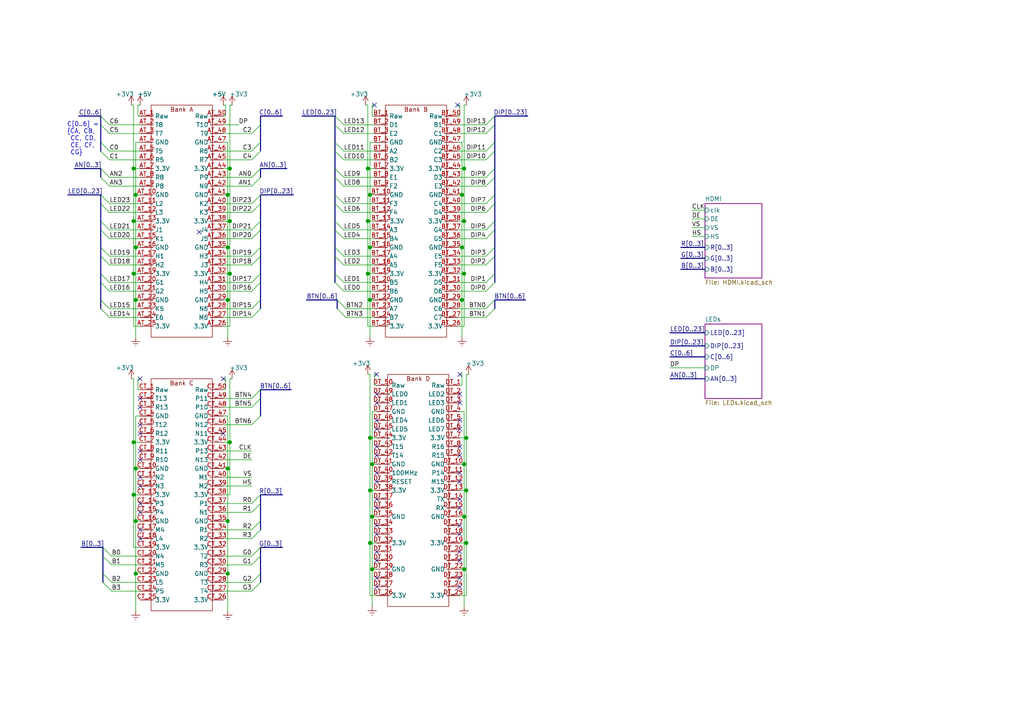
<source format=kicad_sch>
(kicad_sch (version 20200714) (host eeschema "(5.99.0-2671-gfc0a358ba)")
  (page 1 3)
  (paper "A4")
  (title_block (title "Alchitry IO Schield with HDMI") (date "2020-09-04") (rev "4.2") (company "ADSEHGAL"))
  (junction (at 38.735 48.895) (diameter 1.016))
  (junction (at 38.735 64.135) (diameter 1.016))
  (junction (at 38.735 79.375) (diameter 1.016))
  (junction (at 38.735 128.27) (diameter 1.016))
  (junction (at 38.735 143.51) (diameter 1.016))
  (junction (at 39.37 56.515) (diameter 1.016))
  (junction (at 39.37 71.755) (diameter 1.016))
  (junction (at 39.37 86.995) (diameter 1.016))
  (junction (at 39.37 135.89) (diameter 1.016))
  (junction (at 39.37 151.13) (diameter 1.016))
  (junction (at 39.37 166.37) (diameter 1.016))
  (junction (at 66.04 56.515) (diameter 1.016))
  (junction (at 66.04 71.755) (diameter 1.016))
  (junction (at 66.04 86.995) (diameter 1.016))
  (junction (at 66.04 135.89) (diameter 1.016))
  (junction (at 66.04 151.13) (diameter 1.016))
  (junction (at 66.04 166.37) (diameter 1.016))
  (junction (at 66.675 48.895) (diameter 1.016))
  (junction (at 66.675 64.135) (diameter 1.016))
  (junction (at 66.675 79.375) (diameter 1.016))
  (junction (at 66.675 128.27) (diameter 1.016))
  (junction (at 106.68 48.895) (diameter 1.016))
  (junction (at 106.68 64.135) (diameter 1.016))
  (junction (at 106.68 79.375) (diameter 1.016))
  (junction (at 107.315 56.515) (diameter 1.016))
  (junction (at 107.315 71.755) (diameter 1.016))
  (junction (at 107.315 86.995) (diameter 1.016))
  (junction (at 107.315 127) (diameter 1.016))
  (junction (at 107.315 142.24) (diameter 1.016))
  (junction (at 107.315 157.48) (diameter 1.016))
  (junction (at 107.95 134.62) (diameter 1.016))
  (junction (at 107.95 149.86) (diameter 1.016))
  (junction (at 107.95 165.1) (diameter 1.016))
  (junction (at 133.985 56.515) (diameter 1.016))
  (junction (at 133.985 71.755) (diameter 1.016))
  (junction (at 133.985 86.995) (diameter 1.016))
  (junction (at 134.62 48.895) (diameter 1.016))
  (junction (at 134.62 64.135) (diameter 1.016))
  (junction (at 134.62 79.375) (diameter 1.016))
  (junction (at 134.62 134.62) (diameter 1.016))
  (junction (at 134.62 149.86) (diameter 1.016))
  (junction (at 134.62 165.1) (diameter 1.016))
  (junction (at 135.255 127) (diameter 1.016))
  (junction (at 135.255 142.24) (diameter 1.016))
  (junction (at 135.255 157.48) (diameter 1.016))
  (no_connect (at 40.64 130.81))
  (no_connect (at 109.22 152.4))
  (no_connect (at 40.64 133.35))
  (no_connect (at 40.64 125.73))
  (no_connect (at 133.35 108.585))
  (no_connect (at 109.22 147.32))
  (no_connect (at 109.22 162.56))
  (no_connect (at 132.715 30.48))
  (no_connect (at 109.22 154.94))
  (no_connect (at 133.35 170.18))
  (no_connect (at 109.22 132.08))
  (no_connect (at 40.64 138.43))
  (no_connect (at 133.35 167.64))
  (no_connect (at 133.35 160.02))
  (no_connect (at 40.64 118.11))
  (no_connect (at 109.22 170.18))
  (no_connect (at 109.22 139.7))
  (no_connect (at 40.64 115.57))
  (no_connect (at 133.35 129.54))
  (no_connect (at 133.35 144.78))
  (no_connect (at 40.64 140.97))
  (no_connect (at 108.585 30.48))
  (no_connect (at 109.22 121.92))
  (no_connect (at 133.35 114.3))
  (no_connect (at 40.64 109.855))
  (no_connect (at 109.22 108.585))
  (no_connect (at 109.22 129.54))
  (no_connect (at 133.35 147.32))
  (no_connect (at 109.22 137.16))
  (no_connect (at 133.35 152.4))
  (no_connect (at 109.22 167.64))
  (no_connect (at 133.35 162.56))
  (no_connect (at 133.35 154.94))
  (no_connect (at 133.35 137.16))
  (no_connect (at 109.22 114.3))
  (no_connect (at 40.64 148.59))
  (no_connect (at 109.22 160.02))
  (no_connect (at 133.35 124.46))
  (no_connect (at 40.64 153.67))
  (no_connect (at 133.35 132.08))
  (no_connect (at 133.35 121.92))
  (no_connect (at 109.22 144.78))
  (no_connect (at 40.64 156.21))
  (no_connect (at 109.22 116.84))
  (no_connect (at 40.64 123.19))
  (no_connect (at 133.35 139.7))
  (no_connect (at 133.35 116.84))
  (no_connect (at 64.77 109.855))
  (no_connect (at 57.785 67.31))
  (no_connect (at 64.77 125.73))
  (no_connect (at 40.64 146.05))
  (no_connect (at 109.22 124.46))
  (bus_entry (at 29.21 33.655) (size 2.54 2.54) (stroke (width 0.1524)))
  (bus_entry (at 29.21 36.195) (size 2.54 2.54) (stroke (width 0.1524)))
  (bus_entry (at 29.21 41.275) (size 2.54 2.54) (stroke (width 0.1524)))
  (bus_entry (at 29.21 43.815) (size 2.54 2.54) (stroke (width 0.1524)))
  (bus_entry (at 29.21 48.895) (size 2.54 2.54) (stroke (width 0.1524)))
  (bus_entry (at 29.21 51.435) (size 2.54 2.54) (stroke (width 0.1524)))
  (bus_entry (at 29.21 56.515) (size 2.54 2.54) (stroke (width 0.1524)))
  (bus_entry (at 29.21 59.055) (size 2.54 2.54) (stroke (width 0.1524)))
  (bus_entry (at 29.21 64.135) (size 2.54 2.54) (stroke (width 0.1524)))
  (bus_entry (at 29.21 66.675) (size 2.54 2.54) (stroke (width 0.1524)))
  (bus_entry (at 29.21 71.755) (size 2.54 2.54) (stroke (width 0.1524)))
  (bus_entry (at 29.21 74.295) (size 2.54 2.54) (stroke (width 0.1524)))
  (bus_entry (at 29.21 79.375) (size 2.54 2.54) (stroke (width 0.1524)))
  (bus_entry (at 29.21 81.915) (size 2.54 2.54) (stroke (width 0.1524)))
  (bus_entry (at 29.21 86.995) (size 2.54 2.54) (stroke (width 0.1524)))
  (bus_entry (at 29.21 89.535) (size 2.54 2.54) (stroke (width 0.1524)))
  (bus_entry (at 29.845 158.75) (size 2.54 2.54) (stroke (width 0.1524)))
  (bus_entry (at 29.845 161.29) (size 2.54 2.54) (stroke (width 0.1524)))
  (bus_entry (at 29.845 166.37) (size 2.54 2.54) (stroke (width 0.1524)))
  (bus_entry (at 29.845 168.91) (size 2.54 2.54) (stroke (width 0.1524)))
  (bus_entry (at 75.565 36.195) (size -2.54 2.54) (stroke (width 0.1524)))
  (bus_entry (at 75.565 41.275) (size -2.54 2.54) (stroke (width 0.1524)))
  (bus_entry (at 75.565 43.815) (size -2.54 2.54) (stroke (width 0.1524)))
  (bus_entry (at 75.565 48.895) (size -2.54 2.54) (stroke (width 0.1524)))
  (bus_entry (at 75.565 51.435) (size -2.54 2.54) (stroke (width 0.1524)))
  (bus_entry (at 75.565 56.515) (size -2.54 2.54) (stroke (width 0.1524)))
  (bus_entry (at 75.565 59.055) (size -2.54 2.54) (stroke (width 0.1524)))
  (bus_entry (at 75.565 64.135) (size -2.54 2.54) (stroke (width 0.1524)))
  (bus_entry (at 75.565 66.675) (size -2.54 2.54) (stroke (width 0.1524)))
  (bus_entry (at 75.565 71.755) (size -2.54 2.54) (stroke (width 0.1524)))
  (bus_entry (at 75.565 74.295) (size -2.54 2.54) (stroke (width 0.1524)))
  (bus_entry (at 75.565 79.375) (size -2.54 2.54) (stroke (width 0.1524)))
  (bus_entry (at 75.565 81.915) (size -2.54 2.54) (stroke (width 0.1524)))
  (bus_entry (at 75.565 86.995) (size -2.54 2.54) (stroke (width 0.1524)))
  (bus_entry (at 75.565 89.535) (size -2.54 2.54) (stroke (width 0.1524)))
  (bus_entry (at 75.565 113.03) (size -2.54 2.54) (stroke (width 0.1524)))
  (bus_entry (at 75.565 115.57) (size -2.54 2.54) (stroke (width 0.1524)))
  (bus_entry (at 75.565 120.65) (size -2.54 2.54) (stroke (width 0.1524)))
  (bus_entry (at 75.565 143.51) (size -2.54 2.54) (stroke (width 0.1524)))
  (bus_entry (at 75.565 146.05) (size -2.54 2.54) (stroke (width 0.1524)))
  (bus_entry (at 75.565 151.13) (size -2.54 2.54) (stroke (width 0.1524)))
  (bus_entry (at 75.565 153.67) (size -2.54 2.54) (stroke (width 0.1524)))
  (bus_entry (at 75.565 158.75) (size -2.54 2.54) (stroke (width 0.1524)))
  (bus_entry (at 75.565 161.29) (size -2.54 2.54) (stroke (width 0.1524)))
  (bus_entry (at 75.565 166.37) (size -2.54 2.54) (stroke (width 0.1524)))
  (bus_entry (at 75.565 168.91) (size -2.54 2.54) (stroke (width 0.1524)))
  (bus_entry (at 97.155 33.655) (size 2.54 2.54) (stroke (width 0.1524)))
  (bus_entry (at 97.155 36.195) (size 2.54 2.54) (stroke (width 0.1524)))
  (bus_entry (at 97.155 41.275) (size 2.54 2.54) (stroke (width 0.1524)))
  (bus_entry (at 97.155 43.815) (size 2.54 2.54) (stroke (width 0.1524)))
  (bus_entry (at 97.155 48.895) (size 2.54 2.54) (stroke (width 0.1524)))
  (bus_entry (at 97.155 51.435) (size 2.54 2.54) (stroke (width 0.1524)))
  (bus_entry (at 97.155 56.515) (size 2.54 2.54) (stroke (width 0.1524)))
  (bus_entry (at 97.155 59.055) (size 2.54 2.54) (stroke (width 0.1524)))
  (bus_entry (at 97.155 64.135) (size 2.54 2.54) (stroke (width 0.1524)))
  (bus_entry (at 97.155 66.675) (size 2.54 2.54) (stroke (width 0.1524)))
  (bus_entry (at 97.155 71.755) (size 2.54 2.54) (stroke (width 0.1524)))
  (bus_entry (at 97.155 74.295) (size 2.54 2.54) (stroke (width 0.1524)))
  (bus_entry (at 97.155 79.375) (size 2.54 2.54) (stroke (width 0.1524)))
  (bus_entry (at 97.155 81.915) (size 2.54 2.54) (stroke (width 0.1524)))
  (bus_entry (at 97.79 86.995) (size 2.54 2.54) (stroke (width 0.1524)))
  (bus_entry (at 97.79 89.535) (size 2.54 2.54) (stroke (width 0.1524)))
  (bus_entry (at 143.51 33.655) (size -2.54 2.54) (stroke (width 0.1524)))
  (bus_entry (at 143.51 36.195) (size -2.54 2.54) (stroke (width 0.1524)))
  (bus_entry (at 143.51 41.275) (size -2.54 2.54) (stroke (width 0.1524)))
  (bus_entry (at 143.51 43.815) (size -2.54 2.54) (stroke (width 0.1524)))
  (bus_entry (at 143.51 48.895) (size -2.54 2.54) (stroke (width 0.1524)))
  (bus_entry (at 143.51 51.435) (size -2.54 2.54) (stroke (width 0.1524)))
  (bus_entry (at 143.51 56.515) (size -2.54 2.54) (stroke (width 0.1524)))
  (bus_entry (at 143.51 59.055) (size -2.54 2.54) (stroke (width 0.1524)))
  (bus_entry (at 143.51 64.135) (size -2.54 2.54) (stroke (width 0.1524)))
  (bus_entry (at 143.51 66.675) (size -2.54 2.54) (stroke (width 0.1524)))
  (bus_entry (at 143.51 71.755) (size -2.54 2.54) (stroke (width 0.1524)))
  (bus_entry (at 143.51 74.295) (size -2.54 2.54) (stroke (width 0.1524)))
  (bus_entry (at 143.51 79.375) (size -2.54 2.54) (stroke (width 0.1524)))
  (bus_entry (at 143.51 81.915) (size -2.54 2.54) (stroke (width 0.1524)))
  (bus_entry (at 143.51 86.995) (size -2.54 2.54) (stroke (width 0.1524)))
  (bus_entry (at 143.51 89.535) (size -2.54 2.54) (stroke (width 0.1524)))
  (wire (pts (xy 31.75 36.195) (xy 40.64 36.195)))
  (wire (pts (xy 31.75 38.735) (xy 40.64 38.735)))
  (wire (pts (xy 31.75 43.815) (xy 40.64 43.815)))
  (wire (pts (xy 31.75 46.355) (xy 40.64 46.355)))
  (wire (pts (xy 31.75 51.435) (xy 40.64 51.435)))
  (wire (pts (xy 31.75 53.975) (xy 40.64 53.975)))
  (wire (pts (xy 31.75 59.055) (xy 40.64 59.055)))
  (wire (pts (xy 31.75 61.595) (xy 40.64 61.595)))
  (wire (pts (xy 31.75 66.675) (xy 40.64 66.675)))
  (wire (pts (xy 31.75 69.215) (xy 40.64 69.215)))
  (wire (pts (xy 31.75 74.295) (xy 40.64 74.295)))
  (wire (pts (xy 31.75 76.835) (xy 40.64 76.835)))
  (wire (pts (xy 31.75 81.915) (xy 40.64 81.915)))
  (wire (pts (xy 31.75 84.455) (xy 40.64 84.455)))
  (wire (pts (xy 31.75 89.535) (xy 40.64 89.535)))
  (wire (pts (xy 31.75 92.075) (xy 40.64 92.075)))
  (wire (pts (xy 38.735 30.48) (xy 38.1 30.48)))
  (wire (pts (xy 38.735 48.895) (xy 38.735 30.48)))
  (wire (pts (xy 38.735 64.135) (xy 38.735 48.895)))
  (wire (pts (xy 38.735 79.375) (xy 38.735 64.135)))
  (wire (pts (xy 38.735 94.615) (xy 38.735 79.375)))
  (wire (pts (xy 38.735 109.855) (xy 38.1 109.855)))
  (wire (pts (xy 38.735 128.27) (xy 38.735 109.855)))
  (wire (pts (xy 38.735 143.51) (xy 38.735 128.27)))
  (wire (pts (xy 38.735 158.75) (xy 38.735 143.51)))
  (wire (pts (xy 39.37 41.275) (xy 39.37 56.515)))
  (wire (pts (xy 39.37 56.515) (xy 39.37 71.755)))
  (wire (pts (xy 39.37 71.755) (xy 39.37 86.995)))
  (wire (pts (xy 39.37 86.995) (xy 39.37 97.79)))
  (wire (pts (xy 39.37 120.65) (xy 39.37 135.89)))
  (wire (pts (xy 39.37 135.89) (xy 39.37 151.13)))
  (wire (pts (xy 39.37 151.13) (xy 39.37 166.37)))
  (wire (pts (xy 39.37 166.37) (xy 39.37 177.165)))
  (wire (pts (xy 40.005 30.48) (xy 40.005 33.655)))
  (wire (pts (xy 40.005 30.48) (xy 40.64 30.48)))
  (wire (pts (xy 40.005 33.655) (xy 40.64 33.655)))
  (wire (pts (xy 40.005 109.855) (xy 40.64 109.855)))
  (wire (pts (xy 40.005 113.03) (xy 40.005 109.855)))
  (wire (pts (xy 40.64 41.275) (xy 39.37 41.275)))
  (wire (pts (xy 40.64 48.895) (xy 38.735 48.895)))
  (wire (pts (xy 40.64 56.515) (xy 39.37 56.515)))
  (wire (pts (xy 40.64 64.135) (xy 38.735 64.135)))
  (wire (pts (xy 40.64 71.755) (xy 39.37 71.755)))
  (wire (pts (xy 40.64 79.375) (xy 38.735 79.375)))
  (wire (pts (xy 40.64 86.995) (xy 39.37 86.995)))
  (wire (pts (xy 40.64 94.615) (xy 38.735 94.615)))
  (wire (pts (xy 40.64 113.03) (xy 40.005 113.03)))
  (wire (pts (xy 40.64 120.65) (xy 39.37 120.65)))
  (wire (pts (xy 40.64 128.27) (xy 38.735 128.27)))
  (wire (pts (xy 40.64 135.89) (xy 39.37 135.89)))
  (wire (pts (xy 40.64 143.51) (xy 38.735 143.51)))
  (wire (pts (xy 40.64 151.13) (xy 39.37 151.13)))
  (wire (pts (xy 40.64 158.75) (xy 38.735 158.75)))
  (wire (pts (xy 40.64 161.29) (xy 32.385 161.29)))
  (wire (pts (xy 40.64 163.83) (xy 32.385 163.83)))
  (wire (pts (xy 40.64 166.37) (xy 39.37 166.37)))
  (wire (pts (xy 40.64 168.91) (xy 32.385 168.91)))
  (wire (pts (xy 40.64 171.45) (xy 32.385 171.45)))
  (wire (pts (xy 64.77 36.195) (xy 69.215 36.195)))
  (wire (pts (xy 64.77 38.735) (xy 73.025 38.735)))
  (wire (pts (xy 64.77 41.275) (xy 66.04 41.275)))
  (wire (pts (xy 64.77 43.815) (xy 73.025 43.815)))
  (wire (pts (xy 64.77 46.355) (xy 73.025 46.355)))
  (wire (pts (xy 64.77 48.895) (xy 66.675 48.895)))
  (wire (pts (xy 64.77 51.435) (xy 73.025 51.435)))
  (wire (pts (xy 64.77 53.975) (xy 73.025 53.975)))
  (wire (pts (xy 64.77 56.515) (xy 66.04 56.515)))
  (wire (pts (xy 64.77 59.055) (xy 73.025 59.055)))
  (wire (pts (xy 64.77 61.595) (xy 73.025 61.595)))
  (wire (pts (xy 64.77 64.135) (xy 66.675 64.135)))
  (wire (pts (xy 64.77 66.675) (xy 73.025 66.675)))
  (wire (pts (xy 64.77 69.215) (xy 73.025 69.215)))
  (wire (pts (xy 64.77 71.755) (xy 66.04 71.755)))
  (wire (pts (xy 64.77 74.295) (xy 73.025 74.295)))
  (wire (pts (xy 64.77 76.835) (xy 73.025 76.835)))
  (wire (pts (xy 64.77 79.375) (xy 66.675 79.375)))
  (wire (pts (xy 64.77 81.915) (xy 73.025 81.915)))
  (wire (pts (xy 64.77 84.455) (xy 73.025 84.455)))
  (wire (pts (xy 64.77 86.995) (xy 66.04 86.995)))
  (wire (pts (xy 64.77 89.535) (xy 73.025 89.535)))
  (wire (pts (xy 64.77 92.075) (xy 73.025 92.075)))
  (wire (pts (xy 64.77 94.615) (xy 66.675 94.615)))
  (wire (pts (xy 64.77 113.03) (xy 65.405 113.03)))
  (wire (pts (xy 64.77 115.57) (xy 73.025 115.57)))
  (wire (pts (xy 64.77 118.11) (xy 73.025 118.11)))
  (wire (pts (xy 64.77 120.65) (xy 66.04 120.65)))
  (wire (pts (xy 64.77 123.19) (xy 73.025 123.19)))
  (wire (pts (xy 64.77 128.27) (xy 66.675 128.27)))
  (wire (pts (xy 64.77 130.81) (xy 73.025 130.81)))
  (wire (pts (xy 64.77 135.89) (xy 66.04 135.89)))
  (wire (pts (xy 64.77 138.43) (xy 73.025 138.43)))
  (wire (pts (xy 64.77 143.51) (xy 66.675 143.51)))
  (wire (pts (xy 64.77 146.05) (xy 73.025 146.05)))
  (wire (pts (xy 64.77 148.59) (xy 73.025 148.59)))
  (wire (pts (xy 64.77 151.13) (xy 66.04 151.13)))
  (wire (pts (xy 64.77 153.67) (xy 73.025 153.67)))
  (wire (pts (xy 64.77 156.21) (xy 73.025 156.21)))
  (wire (pts (xy 64.77 161.29) (xy 73.025 161.29)))
  (wire (pts (xy 64.77 163.83) (xy 73.025 163.83)))
  (wire (pts (xy 64.77 166.37) (xy 66.04 166.37)))
  (wire (pts (xy 64.77 168.91) (xy 73.025 168.91)))
  (wire (pts (xy 64.77 171.45) (xy 73.025 171.45)))
  (wire (pts (xy 65.405 30.48) (xy 64.77 30.48)))
  (wire (pts (xy 65.405 30.48) (xy 65.405 33.655)))
  (wire (pts (xy 65.405 33.655) (xy 64.77 33.655)))
  (wire (pts (xy 65.405 109.855) (xy 64.77 109.855)))
  (wire (pts (xy 65.405 113.03) (xy 65.405 109.855)))
  (wire (pts (xy 66.04 41.275) (xy 66.04 56.515)))
  (wire (pts (xy 66.04 56.515) (xy 66.04 71.755)))
  (wire (pts (xy 66.04 71.755) (xy 66.04 86.995)))
  (wire (pts (xy 66.04 86.995) (xy 66.04 97.79)))
  (wire (pts (xy 66.04 120.65) (xy 66.04 135.89)))
  (wire (pts (xy 66.04 135.89) (xy 66.04 151.13)))
  (wire (pts (xy 66.04 151.13) (xy 66.04 166.37)))
  (wire (pts (xy 66.04 166.37) (xy 66.04 177.165)))
  (wire (pts (xy 66.675 30.48) (xy 67.31 30.48)))
  (wire (pts (xy 66.675 48.895) (xy 66.675 30.48)))
  (wire (pts (xy 66.675 64.135) (xy 66.675 48.895)))
  (wire (pts (xy 66.675 79.375) (xy 66.675 64.135)))
  (wire (pts (xy 66.675 94.615) (xy 66.675 79.375)))
  (wire (pts (xy 66.675 109.855) (xy 67.31 109.855)))
  (wire (pts (xy 66.675 128.27) (xy 66.675 109.855)))
  (wire (pts (xy 66.675 143.51) (xy 66.675 128.27)))
  (wire (pts (xy 73.025 133.35) (xy 64.77 133.35)))
  (wire (pts (xy 73.025 140.97) (xy 64.77 140.97)))
  (wire (pts (xy 99.695 36.195) (xy 108.585 36.195)))
  (wire (pts (xy 99.695 38.735) (xy 108.585 38.735)))
  (wire (pts (xy 99.695 43.815) (xy 108.585 43.815)))
  (wire (pts (xy 99.695 46.355) (xy 108.585 46.355)))
  (wire (pts (xy 99.695 51.435) (xy 108.585 51.435)))
  (wire (pts (xy 99.695 53.975) (xy 108.585 53.975)))
  (wire (pts (xy 99.695 59.055) (xy 108.585 59.055)))
  (wire (pts (xy 99.695 61.595) (xy 108.585 61.595)))
  (wire (pts (xy 99.695 66.675) (xy 108.585 66.675)))
  (wire (pts (xy 99.695 69.215) (xy 108.585 69.215)))
  (wire (pts (xy 99.695 74.295) (xy 108.585 74.295)))
  (wire (pts (xy 99.695 76.835) (xy 108.585 76.835)))
  (wire (pts (xy 99.695 81.915) (xy 108.585 81.915)))
  (wire (pts (xy 99.695 84.455) (xy 108.585 84.455)))
  (wire (pts (xy 106.68 30.48) (xy 106.045 30.48)))
  (wire (pts (xy 106.68 48.895) (xy 106.68 30.48)))
  (wire (pts (xy 106.68 64.135) (xy 106.68 48.895)))
  (wire (pts (xy 106.68 79.375) (xy 106.68 64.135)))
  (wire (pts (xy 106.68 94.615) (xy 106.68 79.375)))
  (wire (pts (xy 107.315 41.275) (xy 107.315 56.515)))
  (wire (pts (xy 107.315 56.515) (xy 107.315 71.755)))
  (wire (pts (xy 107.315 71.755) (xy 107.315 86.995)))
  (wire (pts (xy 107.315 86.995) (xy 107.315 97.79)))
  (wire (pts (xy 107.315 108.585) (xy 106.68 108.585)))
  (wire (pts (xy 107.315 127) (xy 107.315 108.585)))
  (wire (pts (xy 107.315 142.24) (xy 107.315 127)))
  (wire (pts (xy 107.315 157.48) (xy 107.315 142.24)))
  (wire (pts (xy 107.315 172.72) (xy 107.315 157.48)))
  (wire (pts (xy 107.95 30.48) (xy 108.585 30.48)))
  (wire (pts (xy 107.95 33.655) (xy 107.95 30.48)))
  (wire (pts (xy 107.95 119.38) (xy 107.95 134.62)))
  (wire (pts (xy 107.95 134.62) (xy 107.95 149.86)))
  (wire (pts (xy 107.95 149.86) (xy 107.95 165.1)))
  (wire (pts (xy 107.95 165.1) (xy 107.95 175.895)))
  (wire (pts (xy 108.585 33.655) (xy 107.95 33.655)))
  (wire (pts (xy 108.585 41.275) (xy 107.315 41.275)))
  (wire (pts (xy 108.585 48.895) (xy 106.68 48.895)))
  (wire (pts (xy 108.585 56.515) (xy 107.315 56.515)))
  (wire (pts (xy 108.585 64.135) (xy 106.68 64.135)))
  (wire (pts (xy 108.585 71.755) (xy 107.315 71.755)))
  (wire (pts (xy 108.585 79.375) (xy 106.68 79.375)))
  (wire (pts (xy 108.585 86.995) (xy 107.315 86.995)))
  (wire (pts (xy 108.585 89.535) (xy 100.33 89.535)))
  (wire (pts (xy 108.585 92.075) (xy 100.33 92.075)))
  (wire (pts (xy 108.585 94.615) (xy 106.68 94.615)))
  (wire (pts (xy 108.585 108.585) (xy 109.22 108.585)))
  (wire (pts (xy 108.585 111.76) (xy 108.585 108.585)))
  (wire (pts (xy 109.22 111.76) (xy 108.585 111.76)))
  (wire (pts (xy 109.22 119.38) (xy 107.95 119.38)))
  (wire (pts (xy 109.22 127) (xy 107.315 127)))
  (wire (pts (xy 109.22 134.62) (xy 107.95 134.62)))
  (wire (pts (xy 109.22 142.24) (xy 107.315 142.24)))
  (wire (pts (xy 109.22 149.86) (xy 107.95 149.86)))
  (wire (pts (xy 109.22 157.48) (xy 107.315 157.48)))
  (wire (pts (xy 109.22 165.1) (xy 107.95 165.1)))
  (wire (pts (xy 109.22 172.72) (xy 107.315 172.72)))
  (wire (pts (xy 132.715 33.655) (xy 133.35 33.655)))
  (wire (pts (xy 132.715 36.195) (xy 140.97 36.195)))
  (wire (pts (xy 132.715 38.735) (xy 140.97 38.735)))
  (wire (pts (xy 132.715 41.275) (xy 133.985 41.275)))
  (wire (pts (xy 132.715 43.815) (xy 140.97 43.815)))
  (wire (pts (xy 132.715 46.355) (xy 140.97 46.355)))
  (wire (pts (xy 132.715 48.895) (xy 134.62 48.895)))
  (wire (pts (xy 132.715 51.435) (xy 140.97 51.435)))
  (wire (pts (xy 132.715 53.975) (xy 140.97 53.975)))
  (wire (pts (xy 132.715 56.515) (xy 133.985 56.515)))
  (wire (pts (xy 132.715 59.055) (xy 140.97 59.055)))
  (wire (pts (xy 132.715 61.595) (xy 140.97 61.595)))
  (wire (pts (xy 132.715 64.135) (xy 134.62 64.135)))
  (wire (pts (xy 132.715 66.675) (xy 140.97 66.675)))
  (wire (pts (xy 132.715 69.215) (xy 140.97 69.215)))
  (wire (pts (xy 132.715 71.755) (xy 133.985 71.755)))
  (wire (pts (xy 132.715 74.295) (xy 140.97 74.295)))
  (wire (pts (xy 132.715 76.835) (xy 140.97 76.835)))
  (wire (pts (xy 132.715 79.375) (xy 134.62 79.375)))
  (wire (pts (xy 132.715 81.915) (xy 140.97 81.915)))
  (wire (pts (xy 132.715 84.455) (xy 140.97 84.455)))
  (wire (pts (xy 132.715 86.995) (xy 133.985 86.995)))
  (wire (pts (xy 132.715 89.535) (xy 140.97 89.535)))
  (wire (pts (xy 132.715 92.075) (xy 140.97 92.075)))
  (wire (pts (xy 132.715 94.615) (xy 134.62 94.615)))
  (wire (pts (xy 133.35 30.48) (xy 132.715 30.48)))
  (wire (pts (xy 133.35 33.655) (xy 133.35 30.48)))
  (wire (pts (xy 133.35 111.76) (xy 133.985 111.76)))
  (wire (pts (xy 133.35 119.38) (xy 134.62 119.38)))
  (wire (pts (xy 133.35 127) (xy 135.255 127)))
  (wire (pts (xy 133.35 134.62) (xy 134.62 134.62)))
  (wire (pts (xy 133.35 142.24) (xy 135.255 142.24)))
  (wire (pts (xy 133.35 149.86) (xy 134.62 149.86)))
  (wire (pts (xy 133.35 157.48) (xy 135.255 157.48)))
  (wire (pts (xy 133.35 165.1) (xy 134.62 165.1)))
  (wire (pts (xy 133.35 172.72) (xy 135.255 172.72)))
  (wire (pts (xy 133.985 41.275) (xy 133.985 56.515)))
  (wire (pts (xy 133.985 56.515) (xy 133.985 71.755)))
  (wire (pts (xy 133.985 71.755) (xy 133.985 86.995)))
  (wire (pts (xy 133.985 86.995) (xy 133.985 97.79)))
  (wire (pts (xy 133.985 108.585) (xy 133.35 108.585)))
  (wire (pts (xy 133.985 111.76) (xy 133.985 108.585)))
  (wire (pts (xy 134.62 30.48) (xy 135.255 30.48)))
  (wire (pts (xy 134.62 48.895) (xy 134.62 30.48)))
  (wire (pts (xy 134.62 64.135) (xy 134.62 48.895)))
  (wire (pts (xy 134.62 79.375) (xy 134.62 64.135)))
  (wire (pts (xy 134.62 94.615) (xy 134.62 79.375)))
  (wire (pts (xy 134.62 119.38) (xy 134.62 134.62)))
  (wire (pts (xy 134.62 134.62) (xy 134.62 149.86)))
  (wire (pts (xy 134.62 149.86) (xy 134.62 165.1)))
  (wire (pts (xy 134.62 165.1) (xy 134.62 175.895)))
  (wire (pts (xy 135.255 108.585) (xy 135.89 108.585)))
  (wire (pts (xy 135.255 127) (xy 135.255 108.585)))
  (wire (pts (xy 135.255 142.24) (xy 135.255 127)))
  (wire (pts (xy 135.255 157.48) (xy 135.255 142.24)))
  (wire (pts (xy 135.255 172.72) (xy 135.255 157.48)))
  (wire (pts (xy 194.31 106.68) (xy 204.47 106.68)))
  (wire (pts (xy 200.66 60.96) (xy 204.47 60.96)))
  (wire (pts (xy 200.66 63.5) (xy 204.47 63.5)))
  (wire (pts (xy 200.66 66.04) (xy 204.47 66.04)))
  (wire (pts (xy 200.66 68.58) (xy 204.47 68.58)))
  (bus (pts (xy 19.685 56.515) (xy 29.21 56.515)))
  (bus (pts (xy 29.21 33.655) (xy 22.86 33.655)))
  (bus (pts (xy 29.21 33.655) (xy 29.21 36.195)))
  (bus (pts (xy 29.21 36.195) (xy 29.21 41.275)))
  (bus (pts (xy 29.21 41.275) (xy 29.21 43.815)))
  (bus (pts (xy 29.21 48.895) (xy 21.59 48.895)))
  (bus (pts (xy 29.21 48.895) (xy 29.21 51.435)))
  (bus (pts (xy 29.21 56.515) (xy 29.21 59.055)))
  (bus (pts (xy 29.21 59.055) (xy 29.21 64.135)))
  (bus (pts (xy 29.21 64.135) (xy 29.21 66.675)))
  (bus (pts (xy 29.21 66.675) (xy 29.21 71.755)))
  (bus (pts (xy 29.21 71.755) (xy 29.21 74.295)))
  (bus (pts (xy 29.21 74.295) (xy 29.21 79.375)))
  (bus (pts (xy 29.21 79.375) (xy 29.21 81.915)))
  (bus (pts (xy 29.21 81.915) (xy 29.21 86.995)))
  (bus (pts (xy 29.21 86.995) (xy 29.21 89.535)))
  (bus (pts (xy 29.845 158.75) (xy 23.495 158.75)))
  (bus (pts (xy 29.845 158.75) (xy 29.845 161.29)))
  (bus (pts (xy 29.845 161.29) (xy 29.845 166.37)))
  (bus (pts (xy 29.845 166.37) (xy 29.845 168.91)))
  (bus (pts (xy 75.565 33.655) (xy 75.565 36.195)))
  (bus (pts (xy 75.565 33.655) (xy 81.915 33.655)))
  (bus (pts (xy 75.565 36.195) (xy 75.565 41.275)))
  (bus (pts (xy 75.565 41.275) (xy 75.565 43.815)))
  (bus (pts (xy 75.565 48.895) (xy 75.565 51.435)))
  (bus (pts (xy 75.565 48.895) (xy 83.185 48.895)))
  (bus (pts (xy 75.565 56.515) (xy 75.565 59.055)))
  (bus (pts (xy 75.565 56.515) (xy 85.09 56.515)))
  (bus (pts (xy 75.565 59.055) (xy 75.565 64.135)))
  (bus (pts (xy 75.565 64.135) (xy 75.565 66.675)))
  (bus (pts (xy 75.565 66.675) (xy 75.565 71.755)))
  (bus (pts (xy 75.565 71.755) (xy 75.565 74.295)))
  (bus (pts (xy 75.565 74.295) (xy 75.565 79.375)))
  (bus (pts (xy 75.565 79.375) (xy 75.565 81.915)))
  (bus (pts (xy 75.565 81.915) (xy 75.565 86.995)))
  (bus (pts (xy 75.565 86.995) (xy 75.565 89.535)))
  (bus (pts (xy 75.565 113.03) (xy 75.565 115.57)))
  (bus (pts (xy 75.565 113.03) (xy 84.455 113.03)))
  (bus (pts (xy 75.565 115.57) (xy 75.565 120.65)))
  (bus (pts (xy 75.565 143.51) (xy 75.565 146.05)))
  (bus (pts (xy 75.565 143.51) (xy 81.915 143.51)))
  (bus (pts (xy 75.565 146.05) (xy 75.565 151.13)))
  (bus (pts (xy 75.565 151.13) (xy 75.565 153.67)))
  (bus (pts (xy 75.565 158.75) (xy 75.565 161.29)))
  (bus (pts (xy 75.565 158.75) (xy 81.915 158.75)))
  (bus (pts (xy 75.565 161.29) (xy 75.565 166.37)))
  (bus (pts (xy 75.565 166.37) (xy 75.565 168.91)))
  (bus (pts (xy 87.63 33.655) (xy 97.155 33.655)))
  (bus (pts (xy 88.9 86.995) (xy 97.79 86.995)))
  (bus (pts (xy 97.155 33.655) (xy 97.155 36.195)))
  (bus (pts (xy 97.155 36.195) (xy 97.155 41.275)))
  (bus (pts (xy 97.155 41.275) (xy 97.155 43.815)))
  (bus (pts (xy 97.155 43.815) (xy 97.155 48.895)))
  (bus (pts (xy 97.155 48.895) (xy 97.155 51.435)))
  (bus (pts (xy 97.155 51.435) (xy 97.155 56.515)))
  (bus (pts (xy 97.155 56.515) (xy 97.155 59.055)))
  (bus (pts (xy 97.155 59.055) (xy 97.155 64.135)))
  (bus (pts (xy 97.155 64.135) (xy 97.155 66.675)))
  (bus (pts (xy 97.155 66.675) (xy 97.155 71.755)))
  (bus (pts (xy 97.155 71.755) (xy 97.155 74.295)))
  (bus (pts (xy 97.155 74.295) (xy 97.155 79.375)))
  (bus (pts (xy 97.155 79.375) (xy 97.155 81.915)))
  (bus (pts (xy 97.79 86.995) (xy 97.79 89.535)))
  (bus (pts (xy 143.51 33.655) (xy 143.51 36.195)))
  (bus (pts (xy 143.51 33.655) (xy 153.035 33.655)))
  (bus (pts (xy 143.51 36.195) (xy 143.51 41.275)))
  (bus (pts (xy 143.51 41.275) (xy 143.51 43.815)))
  (bus (pts (xy 143.51 43.815) (xy 143.51 48.895)))
  (bus (pts (xy 143.51 48.895) (xy 143.51 51.435)))
  (bus (pts (xy 143.51 51.435) (xy 143.51 56.515)))
  (bus (pts (xy 143.51 56.515) (xy 143.51 59.055)))
  (bus (pts (xy 143.51 59.055) (xy 143.51 64.135)))
  (bus (pts (xy 143.51 64.135) (xy 143.51 66.675)))
  (bus (pts (xy 143.51 66.675) (xy 143.51 71.755)))
  (bus (pts (xy 143.51 71.755) (xy 143.51 74.295)))
  (bus (pts (xy 143.51 74.295) (xy 143.51 79.375)))
  (bus (pts (xy 143.51 79.375) (xy 143.51 81.915)))
  (bus (pts (xy 143.51 86.995) (xy 143.51 89.535)))
  (bus (pts (xy 143.51 86.995) (xy 152.4 86.995)))
  (bus (pts (xy 194.31 96.52) (xy 204.47 96.52)))
  (bus (pts (xy 194.31 100.33) (xy 204.47 100.33)))
  (bus (pts (xy 197.485 71.755) (xy 204.47 71.755)))
  (bus (pts (xy 197.485 74.93) (xy 204.47 74.93)))
  (bus (pts (xy 197.485 78.105) (xy 204.47 78.105)))
  (bus (pts (xy 204.47 103.505) (xy 194.31 103.505)))
  (bus (pts (xy 204.47 109.855) (xy 194.31 109.855)))
  (text "   C[0..6] = \n   {CA, CB,\n    CC, CD,\n    CE, CF,\n    CG}" (at 16.51 45.085 0) (effects (font (size 1.27 1.27)) (justify left bottom)))
  (label "LED[0..23]" (at 19.685 56.515 0))
  (label "AN[0..3]" (at 21.59 48.895 0))
  (label "C[0..6]" (at 22.86 33.655 0))
  (label "B[0..3]" (at 23.495 158.75 0))
  (label "C6" (at 31.75 36.195 0))
  (label "C5" (at 31.75 38.735 0))
  (label "C0" (at 31.75 43.815 0))
  (label "C1" (at 31.75 46.355 0))
  (label "AN2" (at 31.75 51.435 0))
  (label "AN3" (at 31.75 53.975 0))
  (label "LED23" (at 31.75 59.055 0))
  (label "LED22" (at 31.75 61.595 0))
  (label "LED21" (at 31.75 66.675 0))
  (label "LED20" (at 31.75 69.215 0))
  (label "LED19" (at 31.75 74.295 0))
  (label "LED18" (at 31.75 76.835 0))
  (label "LED17" (at 31.75 81.915 0))
  (label "LED16" (at 31.75 84.455 0))
  (label "LED15" (at 31.75 89.535 0))
  (label "LED14" (at 31.75 92.075 0))
  (label "B0" (at 32.385 161.29 0))
  (label "B1" (at 32.385 163.83 0))
  (label "B2" (at 32.385 168.91 0))
  (label "B3" (at 32.385 171.45 0))
  (label "DP" (at 69.215 36.195 0))
  (label "C2" (at 73.025 38.735 180))
  (label "C3" (at 73.025 43.815 180))
  (label "C4" (at 73.025 46.355 180))
  (label "AN0" (at 73.025 51.435 180))
  (label "AN1" (at 73.025 53.975 180))
  (label "DIP23" (at 73.025 59.055 180))
  (label "DIP22" (at 73.025 61.595 180))
  (label "DIP21" (at 73.025 66.675 180))
  (label "DIP20" (at 73.025 69.215 180))
  (label "DIP19" (at 73.025 74.295 180))
  (label "DIP18" (at 73.025 76.835 180))
  (label "DIP17" (at 73.025 81.915 180))
  (label "DIP16" (at 73.025 84.455 180))
  (label "DIP15" (at 73.025 89.535 180))
  (label "DIP14" (at 73.025 92.075 180))
  (label "BTN4" (at 73.025 115.57 180))
  (label "BTN5" (at 73.025 118.11 180))
  (label "BTN6" (at 73.025 123.19 180))
  (label "CLK" (at 73.025 130.81 180))
  (label "DE" (at 73.025 133.35 180))
  (label "VS" (at 73.025 138.43 180))
  (label "HS" (at 73.025 140.97 180))
  (label "R0" (at 73.025 146.05 180))
  (label "R1" (at 73.025 148.59 180))
  (label "R2" (at 73.025 153.67 180))
  (label "R3" (at 73.025 156.21 180))
  (label "G0" (at 73.025 161.29 180))
  (label "G1" (at 73.025 163.83 180))
  (label "G2" (at 73.025 168.91 180))
  (label "G3" (at 73.025 171.45 180))
  (label "C[0..6]" (at 81.915 33.655 180))
  (label "R[0..3]" (at 81.915 143.51 180))
  (label "G[0..3]" (at 81.915 158.75 180))
  (label "AN[0..3]" (at 83.185 48.895 180))
  (label "BTN[0..6]" (at 84.455 113.03 180))
  (label "DIP[0..23]" (at 85.09 56.515 180))
  (label "LED[0..23]" (at 87.63 33.655 0))
  (label "BTN[0..6]" (at 88.9 86.995 0))
  (label "LED13" (at 99.695 36.195 0))
  (label "LED12" (at 99.695 38.735 0))
  (label "LED11" (at 99.695 43.815 0))
  (label "LED10" (at 99.695 46.355 0))
  (label "LED9" (at 99.695 51.435 0))
  (label "LED8" (at 99.695 53.975 0))
  (label "LED7" (at 99.695 59.055 0))
  (label "LED6" (at 99.695 61.595 0))
  (label "LED5" (at 99.695 66.675 0))
  (label "LED4" (at 99.695 69.215 0))
  (label "LED3" (at 99.695 74.295 0))
  (label "LED2" (at 99.695 76.835 0))
  (label "LED1" (at 99.695 81.915 0))
  (label "LED0" (at 99.695 84.455 0))
  (label "BTN2" (at 100.33 89.535 0))
  (label "BTN3" (at 100.33 92.075 0))
  (label "DIP13" (at 140.97 36.195 180))
  (label "DIP12" (at 140.97 38.735 180))
  (label "DIP11" (at 140.97 43.815 180))
  (label "DIP10" (at 140.97 46.355 180))
  (label "DIP9" (at 140.97 51.435 180))
  (label "DIP8" (at 140.97 53.975 180))
  (label "DIP7" (at 140.97 59.055 180))
  (label "DIP6" (at 140.97 61.595 180))
  (label "DIP5" (at 140.97 66.675 180))
  (label "DIP4" (at 140.97 69.215 180))
  (label "DIP3" (at 140.97 74.295 180))
  (label "DIP2" (at 140.97 76.835 180))
  (label "DIP1" (at 140.97 81.915 180))
  (label "DIP0" (at 140.97 84.455 180))
  (label "BTN0" (at 140.97 89.535 180))
  (label "BTN1" (at 140.97 92.075 180))
  (label "BTN[0..6]" (at 152.4 86.995 180))
  (label "DIP[0..23]" (at 153.035 33.655 180))
  (label "LED[0..23]" (at 194.31 96.52 0))
  (label "DIP[0..23]" (at 194.31 100.33 0))
  (label "C[0..6]" (at 194.31 103.505 0))
  (label "DP" (at 194.31 106.68 0))
  (label "AN[0..3]" (at 194.31 109.855 0))
  (label "R[0..3]" (at 197.485 71.755 0))
  (label "G[0..3]" (at 197.485 74.93 0))
  (label "B[0..3]" (at 197.485 78.105 0))
  (label "CLK" (at 200.66 60.96 0))
  (label "DE" (at 200.66 63.5 0))
  (label "VS" (at 200.66 66.04 0))
  (label "HS" (at 200.66 68.58 0))
  (symbol (lib_id "power:+3V3") (at 38.1 30.48 0) (unit 1)
    (property "Reference" "#PWR01" (effects hide))
    (property "Value" "+3V3" (at 36.195 27.305 0))
  )
  (symbol (lib_id "power:+3V3") (at 38.1 109.855 0) (unit 1)
    (property "Reference" "#PWR013" (effects hide))
    (property "Value" "+3V3" (at 36.195 106.68 0))
  )
  (symbol (lib_id "power:+5V") (at 40.64 30.48 0) (unit 1)
    (property "Reference" "#PWR02" (effects hide))
    (property "Value" "+5V" (at 41.91 27.305 0))
  )
  (symbol (lib_id "power:+5V") (at 64.77 30.48 0) (mirror y) (unit 1)
    (property "Reference" "#PWR03" (effects hide))
    (property "Value" "+5V" (at 63.5 27.305 0))
  )
  (symbol (lib_id "power:+3V3") (at 67.31 30.48 0) (mirror y) (unit 1)
    (property "Reference" "#PWR04" (effects hide))
    (property "Value" "+3V3" (at 69.215 27.305 0))
  )
  (symbol (lib_id "power:+3V3") (at 67.31 109.855 0) (mirror y) (unit 1)
    (property "Reference" "#PWR014" (effects hide))
    (property "Value" "+3V3" (at 69.215 106.68 0))
  )
  (symbol (lib_id "power:+3V3") (at 106.045 30.48 0) (unit 1)
    (property "Reference" "#PWR05" (effects hide))
    (property "Value" "+3V3" (at 104.14 27.305 0))
  )
  (symbol (lib_id "power:+3V3") (at 106.68 108.585 0) (unit 1)
    (property "Reference" "#PWR011" (effects hide))
    (property "Value" "+3V3" (at 104.775 105.41 0))
  )
  (symbol (lib_id "power:+3V3") (at 135.255 30.48 0) (mirror y) (unit 1)
    (property "Reference" "#PWR06" (effects hide))
    (property "Value" "+3V3" (at 137.16 27.305 0))
  )
  (symbol (lib_id "power:+3V3") (at 135.89 108.585 0) (mirror y) (unit 1)
    (property "Reference" "#PWR012" (effects hide))
    (property "Value" "+3V3" (at 137.795 105.41 0))
  )
  (symbol (lib_id "power:GNDREF") (at 39.37 97.79 0) (unit 1)
    (property "Reference" "#PWR07" (effects hide))
    (property "Value" "GNDREF" (effects hide))
  )
  (symbol (lib_id "power:GNDREF") (at 39.37 177.165 0) (mirror y) (unit 1)
    (property "Reference" "#PWR017" (effects hide))
    (property "Value" "GNDREF" (effects hide))
  )
  (symbol (lib_id "power:GNDREF") (at 66.04 97.79 0) (unit 1)
    (property "Reference" "#PWR08" (effects hide))
    (property "Value" "GNDREF" (effects hide))
  )
  (symbol (lib_id "power:GNDREF") (at 66.04 177.165 0) (unit 1)
    (property "Reference" "#PWR018" (effects hide))
    (property "Value" "GNDREF" (effects hide))
  )
  (symbol (lib_id "power:GNDREF") (at 107.315 97.79 0) (unit 1)
    (property "Reference" "#PWR09" (effects hide))
    (property "Value" "GNDREF" (effects hide))
  )
  (symbol (lib_id "power:GNDREF") (at 107.95 175.895 0) (mirror y) (unit 1)
    (property "Reference" "#PWR015" (effects hide))
    (property "Value" "GNDREF" (effects hide))
  )
  (symbol (lib_id "power:GNDREF") (at 133.985 97.79 0) (unit 1)
    (property "Reference" "#PWR010" (effects hide))
    (property "Value" "GNDREF" (effects hide))
  )
  (symbol (lib_id "power:GNDREF") (at 134.62 175.895 0) (unit 1)
    (property "Reference" "#PWR016" (effects hide))
    (property "Value" "GNDREF" (effects hide))
  )
  (symbol (lib_id "Custom_Symbols:Adaptor_both-alchitry_symbols") (at 43.815 97.79 0) (unit 1)
    (property "Reference" "U1" (effects hide))
    (property "Value" "boardmezzanine_new" (effects hide))
    (property "Footprint" "Custom_Parts:Alchitry_Top_Bottom" (effects hide))
  )
  (symbol (lib_id "Custom_Symbols:Adaptor_both-alchitry_symbols") (at 43.815 177.165 0) (unit 3)
    (property "Reference" "U1" (effects hide))
    (property "Value" "boardmezzanine_new" (effects hide))
    (property "Footprint" "Custom_Parts:Alchitry_Top_Bottom" (effects hide))
  )
  (symbol (lib_id "Custom_Symbols:Adaptor_both-alchitry_symbols") (at 111.76 97.79 0) (unit 2)
    (property "Reference" "U1" (effects hide))
    (property "Value" "boardmezzanine_new" (effects hide))
    (property "Footprint" "Custom_Parts:Alchitry_Top_Bottom" (effects hide))
  )
  (symbol (lib_id "Custom_Symbols:Adaptor_both-alchitry_symbols") (at 112.395 175.895 0) (unit 4)
    (property "Reference" "U1" (effects hide))
    (property "Value" "boardmezzanine_new" (effects hide))
    (property "Footprint" "Custom_Parts:Alchitry_Top_Bottom" (effects hide))
  )
  (sheet (at 204.47 59.055) (size 16.51 21.59) (stroke (width 0.1524) (color 132 0 132 1)) (fill (color 255 255 255 0.0000))
    (property "Sheet name" "HDMI" (at 204.47 58.4195 0) (effects (justify left bottom)))
    (property "Sheet file" "HDMI.kicad_sch" (at 204.47 81.1535 0) (effects (justify left top)))
    (pin "clk" input (at 204.47 60.96 180))
    (pin "DE" input (at 204.47 63.5 180))
    (pin "VS" input (at 204.47 66.04 180))
    (pin "HS" input (at 204.47 68.58 180))
    (pin "R[0..3]" input (at 204.47 71.755 180))
    (pin "G[0..3]" input (at 204.47 74.93 180))
    (pin "B[0..3]" input (at 204.47 78.105 180))
  )
  (sheet (at 204.47 93.98) (size 16.51 21.59) (stroke (width 0.1524) (color 132 0 132 1)) (fill (color 255 255 255 0.0000))
    (property "Sheet name" "LEDs" (at 204.47 93.3445 0) (effects (justify left bottom)))
    (property "Sheet file" "LEDs.kicad_sch" (at 204.47 116.0785 0) (effects (justify left top)))
    (pin "LED[0..23]" input (at 204.47 96.52 180))
    (pin "DIP[0..23]" input (at 204.47 100.33 180))
    (pin "C[0..6]" input (at 204.47 103.505 180))
    (pin "AN[0..3]" input (at 204.47 109.855 180))
    (pin "DP" input (at 204.47 106.68 180))
  )
)
</source>
